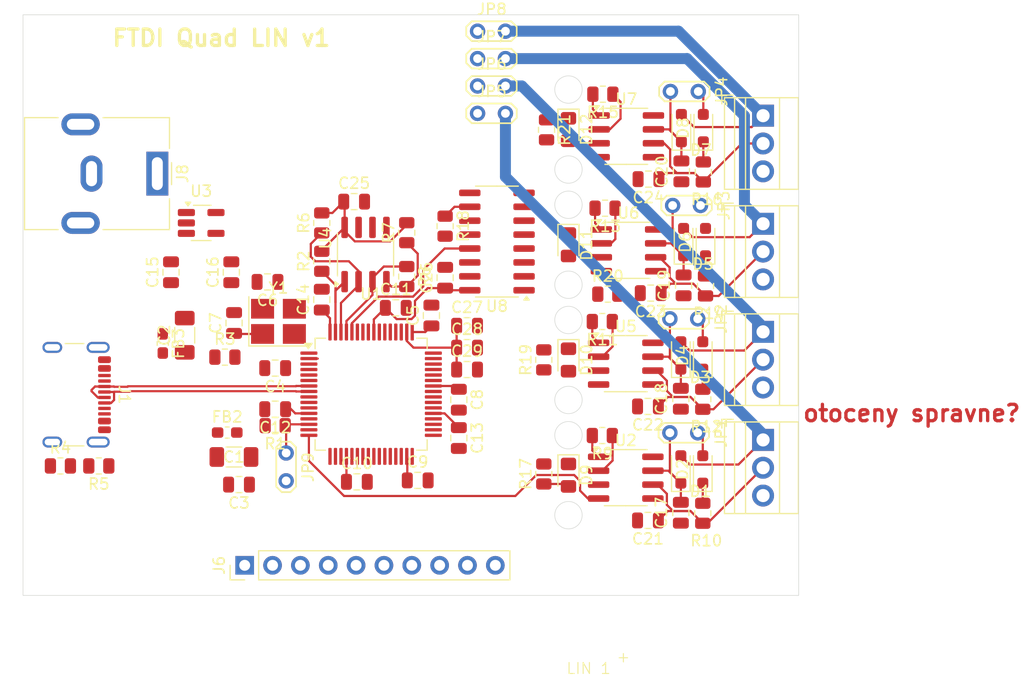
<source format=kicad_pcb>
(kicad_pcb (version 20240108) (generator "pcbnew") (generator_version "8.0")
  (layers (0 "F.Cu" signal) (31 "B.Cu" signal) (34 "B.Paste" user) (35 "F.Paste" user) (36 "B.SilkS" user "B.Silkscreen") (37 "F.SilkS" user "F.Silkscreen") (38 "B.Mask" user) (39 "F.Mask" user) (44 "Edge.Cuts" user))
  (net 0 "")
  (net 1 "+3V3")
  (net 2 "+1V8")
  (net 6 "Net-(U1-OSCI)")
  (net 7 "Net-(U1-OSCO)")
  (net 8 "+5V")
  (net 10 "GND")
  (net 13 "Net-(D1-K)")
  (net 14 "Net-(D2-K)")
  (net 17 "Net-(J1-CC1)")
  (net 19 "Net-(J1-CC2)")
  (net 21 "Net-(U1-REF)")
  (net 22 "Net-(U4-DO)")
  (net 45 "Net-(D3-K)")
  (net 46 "Net-(D4-K)")
  (net 47 "Net-(D5-K)")
  (net 48 "Net-(D6-K)")
  (net 49 "Net-(D7-K)")
  (net 50 "Net-(D8-K)")
  (net 57 "Net-(D2-A)")
  (net 58 "Net-(D4-A)")
  (net 59 "Net-(D6-A)")
  (net 60 "Net-(D8-A)")
  (net 63 "Net-(D9-A)")
  (net 64 "Net-(D10-A)")
  (net 65 "Net-(D11-A)")
  (net 66 "Net-(D12-A)")
  (net 67 "/EECS")
  (net 68 "/EECLK")
  (net 69 "/EEDATA")
  (net 70 "Net-(U8-QB)")
  (net 71 "/PWREN")
  (net 72 "Net-(U8-QD)")
  (net 73 "Net-(U8-QF)")
  (net 74 "Net-(U8-QH)")
  (net 80 "/LIN 0/LIN")
  (net 81 "/LIN 1/LIN")
  (net 82 "/LIN 2/LIN")
  (net 83 "/LIN 3/LIN")
  (net 84 "/LIN1_RXD")
  (net 85 "/LIN3_RXD")
  (net 86 "/LIN3_TXD")
  (net 87 "/LIN0_TXD")
  (net 88 "/LIN0_RXD")
  (net 89 "/LIN2_RXD")
  (net 90 "/LIN2_TXD")
  (net 91 "/LIN1_TXD")
  (net 92 "/USB_D+")
  (net 93 "/USB_D-")
  (net 94 "Net-(D1-A)")
  (net 95 "Net-(D3-A)")
  (net 96 "Net-(D5-A)")
  (net 97 "Net-(D7-A)")
  (net 98 "Net-(U1-VPHY)")
  (net 99 "Net-(U1-VPLL)")
  (net 100 "+12V")
  (net 101 "Net-(JP9-A)")
  (footprint "Diode_SMD:D_SOD-323_HandSoldering" (layer "F.Cu") (at 124.3 79.095 90)
    (property "Reference" "D7")
    (property "Value" "~" (hide yes))
  )
  (footprint "Capacitor_SMD:C_0805_2012Metric" (layer "F.Cu") (at 94.45 85.80491)
    (property "Reference" "C25")
    (property "Value" "100nF")
  )
  (footprint "Capacitor_SMD:C_0805_2012Metric" (layer "F.Cu") (at 101.5 96.2 90)
    (property "Reference" "C5")
    (property "Value" "3.3uF")
  )
  (footprint "Capacitor_SMD:C_0805_2012Metric" (layer "F.Cu") (at 104 107.38241 -90)
    (property "Reference" "C13")
    (property "Value" "100nF")
  )
  (footprint "Package_SO:SOIC-16_3.9x9.9mm_P1.27mm" (layer "F.Cu") (at 107.475 89.44991 180)
    (property "Reference" "U8")
    (property "Value" "74HC595")
  )
  (footprint "Diode_SMD:D_SOD-323_HandSoldering" (layer "F.Cu") (at 124.25 99.845 90)
    (property "Reference" "D3")
    (property "Value" "~" (hide yes))
  )
  (footprint "Capacitor_SMD:C_0805_2012Metric" (layer "F.Cu") (at 104.75 101.13241)
    (property "Reference" "C29")
    (property "Value" "100nF")
  )
  (footprint "Crystal:Crystal_SMD_TXC_7M-4Pin_3.2x2.5mm_HandSoldering" (layer "F.Cu") (at 87.55 96.73241)
    (property "Reference" "Y1")
    (property "Value" "12Mhz")
  )
  (footprint "MountingHole:MountingHole_3.2mm_M3" (layer "F.Cu") (at 131.5 118.25)
    (property "Reference" "H4" (hide yes))
    (property "Value" "MountingHole" (hide yes))
  )
  (footprint "Capacitor_SMD:C_0805_2012Metric" (layer "F.Cu") (at 87.25 101 180)
    (property "Reference" "C4")
    (property "Value" "100nF")
  )
  (footprint "Connector_BarrelJack:BarrelJack_CUI_PJ-063AH_Horizontal" (layer "F.Cu") (at 76.5 83.25 -90)
    (property "Reference" "J8")
    (property "Value" "Barrel_Jack_MountingPin")
  )
  (footprint "TestPoint:TestPoint_2Pads_Pitch2.54mm_Drill0.8mm" (layer "F.Cu") (at 105.71 70.25)
    (property "Reference" "JP8")
    (property "Value" "Jumper_2_Open" (hide yes))
  )
  (footprint "Resistor_SMD:R_0805_2012Metric" (layer "F.Cu") (at 91.5 91.25 90)
    (property "Reference" "R2")
    (property "Value" "10k")
  )
  (footprint "Capacitor_SMD:C_1206_3216Metric_Pad1.33x1.80mm_HandSolder" (layer "F.Cu") (at 83.48875 109.11366 180)
    (property "Reference" "C1")
    (property "Value" "4.7uF")
  )
  (footprint "Capacitor_SMD:C_0805_2012Metric" (layer "F.Cu") (at 77.75 92.25 90)
    (property "Reference" "C15")
    (property "Value" "1uF")
  )
  (footprint "Capacitor_SMD:C_0805_2012Metric" (layer "F.Cu") (at 83.95 111.63241 180)
    (property "Reference" "C3")
    (property "Value" "100nF")
  )
  (footprint "Resistor_SMD:R_0805_2012Metric" (layer "F.Cu") (at 111.75 110.6625 90)
    (property "Reference" "R17")
    (property "Value" "330R")
  )
  (footprint "Capacitor_SMD:C_0805_2012Metric" (layer "F.Cu") (at 83.25 92.25 90)
    (property "Reference" "C16")
    (property "Value" "1uF")
  )
  (footprint "Capacitor_SMD:C_0805_2012Metric" (layer "F.Cu") (at 100.25 111.25)
    (property "Reference" "C9")
    (property "Value" "100nF")
  )
  (footprint "Diode_SMD:D_SOD-323_HandSoldering" (layer "F.Cu") (at 124.5 89.5 90)
    (property "Reference" "D5")
    (property "Value" "~" (hide yes))
  )
  (footprint "TestPoint:TestPoint_2Pads_Pitch2.54mm_Drill0.8mm" (layer "F.Cu") (at 123.3 75.75)
    (property "Reference" "JP4")
    (property "Value" "LIN master")
  )
  (footprint "Diode_SMD:D_SOD-323_HandSoldering" (layer "F.Cu") (at 124.25 110.25 90)
    (property "Reference" "D1")
    (property "Value" "~" (hide yes))
  )
  (footprint "TestPoint:TestPoint_2Pads_Pitch2.54mm_Drill0.8mm" (layer "F.Cu") (at 105.71 75.25)
    (property "Reference" "JP6")
    (property "Value" "Jumper_2_Open" (hide yes))
  )
  (footprint "Capacitor_SMD:C_0805_2012Metric" (layer "F.Cu") (at 104.75 99.13241)
    (property "Reference" "C28")
    (property "Value" "100nF")
  )
  (footprint "ftdi_quad_lin:fix_lem_180" (layer "F.Cu") (at 114 89.741666 -90)
    (property "Reference" "D11")
    (property "Value" "LED")
    (fp_circle (center -3.65 0) (end -2.4 0) (stroke (width 0.05)) (fill none) (layer "Edge.Cuts"))
    (fp_circle (center 3.65 0) (end 4.9 0) (stroke (width 0.05)) (fill none) (layer "Edge.Cuts"))
  )
  (footprint "Connector_USB:USB_C_Receptacle_GCT_USB4105-xx-A_16P_TopMnt_Horizontal" (layer "F.Cu") (at 68 103.43 -90)
    (property "Reference" "J1")
    (property "Value" "USB_C_Receptacle_USB2.0_16P")
  )
  (footprint "Capacitor_SMD:C_0805_2012Metric" (layer "F.Cu") (at 121.5 94.155 180)
    (property "Reference" "C23")
    (property "Value" "1nF")
  )
  (footprint "Package_QFP:LQFP-64_10x10mm_P0.5mm" (layer "F.Cu") (at 96 103.38241)
    (property "Reference" "U1")
    (property "Value" "FT4232H")
  )
  (footprint "Diode_SMD:D_SOD-323_HandSoldering" (layer "F.Cu") (at 126.25 99.845 90)
    (property "Reference" "D4")
    (property "Value" "~" (hide yes))
  )
  (footprint "Resistor_SMD:R_0805_2012Metric" (layer "F.Cu") (at 117.1375 76 180)
    (property "Reference" "R15")
    (property "Value" "10k")
  )
  (footprint "Capacitor_SMD:C_0805_2012Metric" (layer "F.Cu") (at 91.5 94.75 90)
    (property "Reference" "C14")
    (property "Value" "100nF")
  )
  (footprint "Capacitor_SMD:C_0805_2012Metric" (layer "F.Cu") (at 124.25 114.2 -90)
    (property "Reference" "C17")
    (property "Value" "100nF")
  )
  (footprint "ftdi_quad_lin:fix_lem_180" (layer "F.Cu") (at 114 100.258332 -90)
    (property "Reference" "D10")
    (property "Value" "LED")
    (fp_circle (center -3.65 0) (end -2.4 0) (stroke (width 0.05)) (fill none) (layer "Edge.Cuts"))
    (fp_circle (center 3.65 0) (end 4.9 0) (stroke (width 0.05)) (fill none) (layer "Edge.Cuts"))
  )
  (footprint "Capacitor_SMD:C_1206_3216Metric_Pad1.33x1.80mm_HandSolder" (layer "F.Cu") (at 79 98 90)
    (property "Reference" "C2")
    (property "Value" "4.7uF")
  )
  (footprint "TestPoint:TestPoint_2Pads_Pitch2.54mm_Drill0.8mm" (layer "F.Cu") (at 105.71 72.75)
    (property "Reference" "JP7")
    (property "Value" "Jumper_2_Open" (hide yes))
  )
  (footprint "Capacitor_SMD:C_0805_2012Metric" (layer "F.Cu") (at 87.25 104.75 180)
    (property "Reference" "C12")
    (property "Value" "100nF")
  )
  (footprint "Capacitor_SMD:C_0805_2012Metric" (layer "F.Cu") (at 124.25 103.795 -90)
    (property "Reference" "C18")
    (property "Value" "100nF")
  )
  (footprint "TestPoint:TestPoint_2Pads_Pitch2.54mm_Drill0.8mm" (layer "F.Cu") (at 123.5 86.155)
    (property "Reference" "JP3")
    (property "Value" "LIN master")
  )
  (footprint "Resistor_SMD:R_0805_2012Metric" (layer "F.Cu") (at 126.25 103.845 -90)
    (property "Reference" "R12")
    (property "Value" "1k")
  )
  (footprint "TestPoint:TestPoint_2Pads_Pitch2.54mm_Drill0.8mm" (layer "F.Cu") (at 123.25 96.5)
    (property "Reference" "JP2")
    (property "Value" "LIN master")
  )
  (footprint "Package_SO:SOIC-8_3.9x4.9mm_P1.27mm" (layer "F.Cu") (at 95.49 90.63241 90)
    (property "Reference" "U4")
    (property "Value" "93CxxB")
  )
  (footprint "Capacitor_SMD:C_0805_2012Metric" (layer "F.Cu") (at 102.75 92.75 90)
    (property "Reference" "C26")
    (property "Value" "100nF")
  )
  (footprint "MountingHole:MountingHole_3.2mm_M3" (layer "F.Cu") (at 67.75 118.75)
    (property "Reference" "H3" (hide yes))
    (property "Value" "MountingHole" (hide yes))
  )
  (footprint "TerminalBlock:TerminalBlock_Xinya_XY308-2.54-3P_1x03_P2.54mm_Horizontal" (layer "F.Cu") (at 131.75 87.825 -90)
    (property "Reference" "J4" (hide yes))
    (property "Value" "Screw_Terminal_01x03" (hide yes))
  )
  (footprint "Resistor_SMD:R_0805_2012Metric" (layer "F.Cu") (at 111.75 100.25 90)
    (property "Reference" "R19")
    (property "Value" "330R")
  )
  (footprint "Resistor_SMD:R_0805_2012Metric" (layer "F.Cu") (at 87.25 106.25 180)
    (property "Reference" "R1")
    (property "Value" "1k")
  )
  (footprint "Package_SO:SOIC-8_3.9x4.9mm_P1.27mm" (layer "F.Cu") (at 119.475 90.25)
    (property "Reference" "U6")
    (property "Value" "TJA1029T")
  )
  (footprint "Resistor_SMD:R_0805_2012Metric" (layer "F.Cu") (at 82.6625 100)
    (property "Reference" "R3")
    (property "Value" "12k")
  )
  (footprint "TerminalBlock:TerminalBlock_Xinya_XY308-2.54-3P_1x03_P2.54mm_Horizontal" (layer "F.Cu") (at 131.75 77.96 -90)
    (property "Reference" "J5" (hide yes))
    (property "Value" "Screw_Terminal_01x03" (hide yes))
  )
  (footprint "TerminalBlock:TerminalBlock_Xinya_XY308-2.54-3P_1x03_P2.54mm_Horizontal" (layer "F.Cu") (at 131.75 107.555 -90)
    (property "Reference" "J2" (hide yes))
    (property "Value" "Screw_Terminal_01x03" (hide yes))
  )
  (footprint "Resistor_SMD:R_0805_2012Metric" (layer "F.Cu") (at 91.5 87.75 90)
    (property "Reference" "R6")
    (property "Value" "10k")
  )
  (footprint "Resistor_SMD:R_0805_2012Metric" (layer "F.Cu") (at 112 79.25 -90)
    (property "Reference" "R21")
    (property "Value" "330R")
  )
  (footprint "Connector_PinHeader_2.54mm:PinHeader_1x10_P2.54mm_Vertical" (layer "F.Cu") (at 84.47 119 90)
    (property "Reference" "J6")
    (property "Value" "Conn_01x10")
  )
  (footprint "Resistor_SMD:R_0805_2012Metric" (layer "F.Cu") (at 117.0875 96.75 180)
    (property "Reference" "R11")
    (property "Value" "10k")
  )
  (footprint "TestPoint:TestPoint_2Pads_Pitch2.54mm_Drill0.8mm" (layer "F.Cu") (at 88.25 108.75 -90)
    (property "Reference" "JP9")
    (property "Value" "Jumper_2_Open")
  )
  (footprint "Package_TO_SOT_SMD:SOT-23-5_HandSoldering" (layer "F.Cu") (at 80.5 87.75)
    (property "Reference" "U3")
    (property "Value" "AP2112K-3.3")
  )
  (footprint "Resistor_SMD:R_0805_2012Metric" (layer "F.Cu") (at 71.1625 109.93 180)
    (property "Reference" "R5")
    (property "Value" "5.1k")
  )
  (footprint "Resistor_SMD:R_0805_2012Metric" (layer "F.Cu") (at 102.75 88.04491 -90)
    (property "Reference" "R18")
    (property "Value" "10k")
  )
  (footprint "Capacitor_SMD:C_0805_2012Metric" (layer "F.Cu") (at 124.3 83.045 -90)
    (property "Reference" "C20")
    (property "Value" "100nF")
  )
  (footprint "Capacitor_SMD:C_0805_2012Metric" (layer "F.Cu") (at 104 103.88241 -90)
    (property "Reference" "C8")
    (property "Value" "100nF")
  )
  (footprint "ftdi_quad_lin:fix_lem_180" (layer "F.Cu") (at 114 79.225 -90)
    (property "Reference" "D12")
    (property "Value" "LED")
    (fp_circle (center -3.65 0) (end -2.4 0) (stroke (width 0.05)) (fill none) (layer "Edge.Cuts"))
    (fp_circle (center 3.65 0) (end 4.9 0) (stroke (width 0.05)) (fill none) (layer "Edge.Cuts"))
  )
  (footprint "Resistor_SMD:R_0805_2012Metric" (layer "F.Cu") (at 126.25 114.25 -90)
    (property "Reference" "R10")
    (property "Value" "1k")
  )
  (footprint "Resistor_SMD:R_0805_2012Metric" (layer "F.Cu") (at 126.5 93.5 -90)
    (property "Reference" "R14")
    (property "Value" "1k")
  )
  (footprint "Resistor_SMD:R_0805_2012Metric" (layer "F.Cu") (at 67.6625 109.93)
    (property "Reference" "R4")
    (property "Value" "5.1k")
  )
  (footprint "MountingHole:MountingHole_3.2mm_M3" (layer "F.Cu") (at 67.75 72.25)
    (property "Reference" "H2" (hide yes))
    (property "Value" "MountingHole" (hide yes))
  )
  (footprint "Resistor_SMD:R_0805_2012Metric" (layer "F.Cu") (at 126.3 83.095 -90)
    (property "Reference" "R16")
    (property "Value" "1k")
  )
  (footprint "Capacitor_SMD:C_0805_2012Metric" (layer "F.Cu") (at 121.3 83.75 180)
    (property "Reference" "C24")
    (property "Value" "1nF")
  )
  (footprint "Resistor_SMD:R_0805_2012Metric" (layer "F.Cu") (at 117.5875 94.25)
    (property "Reference" "R20")
    (property "Value" "330R")
  )
  (footprint "Package_SO:SOIC-8_3.9x4.9mm_P1.27mm" (layer "F.Cu") (at 119.225 100.595)
    (property "Reference" "U5")
    (property "Value" "TJA1029T")
  )
  (footprint "Resistor_SMD:R_0805_2012Metric" (layer "F.Cu") (at 99.25 88.64241 90)
    (property "Reference" "R7")
    (property "Value" "10k")
  )
  (footprint "Inductor_SMD:L_0603_1608Metric_Pad1.05x0.95mm_HandSolder" (layer "F.Cu") (at 77 98.75 -90)
    (property "Reference" "FB3")
    (property "Value" "600R/0.5A")
  )
  (footprint "TestPoint:TestPoint_2Pads_Pitch2.54mm_Drill0.8mm" (layer "F.Cu") (at 123.25 106.905)
    (property "Reference" "JP1")
    (property "Value" "LIN master")
  )
  (footprint "Package_SO:SOIC-8_3.9x4.9mm_P1.27mm" (layer "F.Cu") (at 119.275 79.845)
    (property "Reference" "U7")
    (property "Value" "TJA1029T")
  )
  (footprint "Package_SO:SOIC-8_3.9x4.9mm_P1.27mm" (layer "F.Cu") (at 119.225 111)
    (property "Reference" "U2")
    (property "Value" "TJA1029T")
  )
  (footprint "Resistor_SMD:R_0805_2012Metric" (layer "F.Cu") (at 117.3375 86.405 180)
    (property "Reference" "R13")
    (property "Value" "10k")
  )
  (footprint "Capacitor_SMD:C_0805_2012Metric" (layer "F.Cu") (at 104.75 97.13241)
    (property "Reference" "C27")
    (property "Value" "100nF")
  )
  (footprint "Resistor_SMD:R_0805_2012Metric" (layer "F.Cu") (at 99.25 92.64241 -90)
    (property "Reference" "R8")
    (property "Value" "2.2k")
  )
  (footprint "Capacitor_SMD:C_0805_2012Metric" (layer "F.Cu") (at 121.25 104.5 180)
    (property "Reference" "C22")
    (property "Value" "1nF")
  )
  (footprint "Capacitor_SMD:C_0805_2012Metric" (layer "F.Cu") (at 86.55 93.13241 180)
    (property "Reference" "C6")
    (property "Value" "18pF")
  )
  (footprint "Capacitor_SMD:C_0805_2012Metric" (layer "F.Cu") (at 94.7 111.38241)
    (property "Reference" "C10")
    (property "Value" "100nF")
  )
  (footprint "Capacitor_SMD:C_0805_2012Metric" (layer "F.Cu") (at 83.5 96.88241 90)
    (property "Reference" "C7")
    (property "Value" "18pF")
  )
  (footprint "Capacitor_SMD:C_0805_2012Metric" (layer "F.Cu") (at 121.25 114.905 180)
    (property "Reference" "C21")
    (property "Value" "1nF")
  )
  (footprint "Diode_SMD:D_SOD-323_HandSoldering" (layer "F.Cu") (at 126.25 110.25 90)
    (property "Reference" "D2")
    (property "Value" "~" (hide yes))
  )
  (footprint "Inductor_SMD:L_0603_1608Metric_Pad1.05x0.95mm_HandSolder" (layer "F.Cu") (at 82.875 106.88241)
    (property "Reference" "FB2")
    (property "Value" "600R/0.5A")
  )
  (footprint "TerminalBlock:TerminalBlock_Xinya_XY308-2.54-3P_1x03_P2.54mm_Horizontal" (layer "F.Cu") (at 131.75 97.69 -90)
    (property "Reference" "J3" (hide yes))
    (property "Value" "Screw_Terminal_01x03" (hide yes))
  )
  (footprint "Resistor_SMD:R_0805_2012Metric" (layer "F.Cu") (at 117.0875 107.155 180)
    (property "Reference" "R9")
    (property "Value" "10k")
  )
  (footprint "MountingHole:MountingHole_3.2mm_M3" (layer "F.Cu") (at 131.5 72.25)
    (property "Reference" "H1" (hide yes))
    (property "Value" "MountingHole" (hide yes))
  )
  (footprint "ftdi_quad_lin:fix_lem_180" (layer "F.Cu") (at 114 110.775 -90)
    (property "Reference" "D9")
    (property "Value" "LED")
    (fp_circle (center -3.65 0) (end -2.4 0) (stroke (width 0.05)) (fill none) (layer "Edge.Cuts"))
    (fp_circle (center 3.65 0) (end 4.9 0) (stroke (width 0.05)) (fill none) (layer "Edge.Cuts"))
  )
  (footprint "Capacitor_SMD:C_0805_2012Metric" (layer "F.Cu") (at 124.5 93.45 -90)
    (property "Reference" "C19")
    (property "Value" "100nF")
  )
  (footprint "Diode_SMD:D_SOD-323_HandSoldering" (layer "F.Cu") (at 126.3 79.095 90)
    (property "Reference" "D8")
    (property "Value" "~" (hide yes))
  )
  (footprint "Diode_SMD:D_SOD-323_HandSoldering" (layer "F.Cu") (at 126.5 89.5 90)
    (property "Reference" "D6")
    (property "Value" "~" (hide yes))
  )
  (footprint "Capacitor_SMD:C_0805_2012Metric" (layer "F.Cu") (at 98.25 95.5)
    (property "Reference" "C11")
    (property "Value" "100nF")
  )
  (footprint "TestPoint:TestPoint_2Pads_Pitch2.54mm_Drill0.8mm" (layer "F.Cu") (at 105.71 77.75)
    (property "Reference" "JP5")
    (property "Value" "Jumper_2_Open" (hide yes))
  )
  (gr_rect (start 64.25 68.75) (end 135 121.75) (stroke (width 0.05)) (fill none) (layer "Edge.Cuts"))
  (gr_text "otoceny spravne?" (at 135.25 106 0) (layer "F.Cu") (effects (font (size 1.5 1.5) (thickness 0.3) (bold yes)) (justify left bottom)))
  (gr_text "FTDI Quad LIN v1" (at 72.25 71.75 0) (layer "F.SilkS") (effects (font (size 1.5 1.5) (thickness 0.3) (bold yes)) (justify left bottom)))
  (gr_text "+" (at 118.5 126.75 -90) (layer "F.SilkS") (effects (font (size 1 1) (thickness 0.1)) (justify left bottom)))
  (gr_text "+" (at 131 72.268334 -90) (layer "F.SilkS") (effects (font (size 1 1) (thickness 0.1)) (justify left bottom)))
  (gr_text "LIN 1" (at 113.75 129 0) (layer "F.SilkS") (effects (font (size 1 1) (thickness 0.1)) (justify left bottom)))
  (segment (start 99.86759 99.13241) (end 103.8 99.13241) (width 0.2) (layer "F.Cu") (net 1))
  (segment (start 103.8 101.13241) (end 103.8 97.13241) (width 0.2) (layer "F.Cu") (net 1))
  (segment (start 99.25 97.70741) (end 99.25 98.51482) (width 0.2) (layer "F.Cu") (net 1))
  (segment (start 99.25 98.51482) (end 99.86759 99.13241) (width 0.2) (layer "F.Cu") (net 1))
  (segment (start 92.25 97.70741) (end 92.25 96.45) (width 0.2) (layer "F.Cu") (net 2))
  (segment (start 92.25 96.45) (end 91.5 95.7) (width 0.2) (layer "F.Cu") (net 2))
  (segment (start 89.08241 105.13241) (end 90.325 105.13241) (width 0.2) (layer "F.Cu") (net 2))
  (segment (start 104 106.43241) (end 102.7 105.13241) (width 0.2) (layer "F.Cu") (net 2))
  (segment (start 102.7 105.13241) (end 101.675 105.13241) (width 0.2) (layer "F.Cu") (net 2))
  (segment (start 100.94259 97.70741) (end 101.5 97.15) (width 0.2) (layer "F.Cu") (net 2))
  (segment (start 99.75 97.70741) (end 100.94259 97.70741) (width 0.2) (layer "F.Cu") (net 2))
  (segment (start 88.2 104.25) (end 89.08241 105.13241) (width 0.2) (layer "F.Cu") (net 2))
  (segment (start 91.13241 100.13241) (end 90.325 100.13241) (width 0.2) (layer "F.Cu") (net 6))
  (segment (start 89 95.58241) (end 89.15 95.58241) (width 0.2) (layer "F.Cu") (net 6))
  (segment (start 89 95.13241) (end 88.7 94.83241) (width 0.2) (layer "F.Cu") (net 6))
  (segment (start 89 95.58241) (end 89 95.13241) (width 0.2) (layer "F.Cu") (net 6))
  (segment (start 86.1 97.88241) (end 83.55 97.88241) (width 0.2) (layer "F.Cu") (net 7))
  (segment (start 83.55 97.88241) (end 83.5 97.83241) (width 0.2) (layer "F.Cu") (net 7))
  (segment (start 102.75 87.13241) (end 103.6075 86.27491) (width 0.2) (layer "F.Cu") (net 8))
  (segment (start 93.75 111.38241) (end 93.75 109.05741) (width 0.2) (layer "F.Cu") (net 8))
  (segment (start 118.275 86.43) (end 118.275 89.225) (width 0.2) (layer "F.Cu") (net 8))
  (segment (start 91.5 86.8375) (end 92.46741 86.8375) (width 0.2) (layer "F.Cu") (net 8))
  (segment (start 118.025 99.030552) (end 117.095552 99.96) (width 0.2) (layer "F.Cu") (net 8))
  (segment (start 97.3 95.5) (end 96.25 96.55) (width 0.2) (layer "F.Cu") (net 8))
  (segment (start 117.095552 99.96) (end 116.75 99.96) (width 0.2) (layer "F.Cu") (net 8))
  (segment (start 97.735552 89.43241) (end 94.514448 89.43241) (width 0.2) (layer "F.Cu") (net 8))
  (segment (start 91.5 90.3375) (end 91.5 90.24241) (width 0.2) (layer "F.Cu") (net 8))
  (segment (start 117.774999 79.21) (end 118.75 78.234999) (width 0.2) (layer "F.Cu") (net 8))
  (segment (start 103.6075 86.27491) (end 105 86.27491) (width 0.2) (layer "F.Cu") (net 8))
  (segment (start 96.25 96.55) (end 96.25 97.70741) (width 0.2) (layer "F.Cu") (net 8))
  (segment (start 99.3 111.25) (end 99.3 109.10741) (width 0.2) (layer "F.Cu") (net 8))
  (segment (start 99.684744 96.525) (end 98.325 96.525) (width 0.2) (layer "F.Cu") (net 8))
  (segment (start 118.75 76.7) (end 118.05 76) (width 0.2) (layer "F.Cu") (net 8))
  (segment (start 118.025 107.18) (end 118.025 109.435552) (width 0.2) (layer "F.Cu") (net 8))
  (segment (start 93.585 88.15741) (end 93.585 85.88991) (width 0.2) (layer "F.Cu") (net 8))
  (segment (start 118.025 109.435552) (end 117.095552 110.365) (width 0.2) (layer "F.Cu") (net 8))
  (segment (start 118.75 78.234999) (end 118.75 76.7) (width 0.2) (layer "F.Cu") (net 8))
  (segment (start 100 96.209744) (end 99.684744 96.525) (width 0.2) (layer "F.Cu") (net 8))
  (segment (start 94.514448 89.43241) (end 93.585 88.502962) (width 0.2) (layer "F.Cu") (net 8))
  (segment (start 118.275 89.225) (end 117.885 89.615) (width 0.2) (layer "F.Cu") (net 8))
  (segment (start 99.25 87.917962) (end 97.735552 89.43241) (width 0.2) (layer "F.Cu") (net 8))
  (segment (start 93.585 85.88991) (end 93.5 85.80491) (width 0.2) (layer "F.Cu") (net 8))
  (segment (start 102.94491 93.89491) (end 102.75 93.7) (width 0.2) (layer "F.Cu") (net 8))
  (segment (start 91.5 90.24241) (end 93.585 88.15741) (width 0.2) (layer "F.Cu") (net 8))
  (segment (start 105 93.89491) (end 102.94491 93.89491) (width 0.2) (layer "F.Cu") (net 8))
  (segment (start 118 96.75) (end 118.025 96.775) (width 0.2) (layer "F.Cu") (net 8))
  (segment (start 118.25 86.405) (end 118.275 86.43) (width 0.2) (layer "F.Cu") (net 8))
  (segment (start 102.85 93.89491) (end 102.75 93.79491) (width 0.2) (layer "F.Cu") (net 8))
  (segment (start 116.8 79.21) (end 117.774999 79.21) (width 0.2) (layer "F.Cu") (net 8))
  (segment (start 92.46741 86.8375) (end 93.5 85.80491) (width 0.2) (layer "F.Cu") (net 8))
  (segment (start 117.095552 110.365) (end 116.75 110.365) (width 0.2) (layer "F.Cu") (net 8))
  (segment (start 117.885 89.615) (end 117 89.615) (width 0.2) (layer "F.Cu") (net 8))
  (segment (start 104 102.93241) (end 103.7 102.63241) (width 0.2) (layer "F.Cu") (net 8))
  (segment (start 118 107.155) (end 118.025 107.18) (width 0.2) (layer "F.Cu") (net 8))
  (segment (start 101.16784 93.7) (end 100 94.86784) (width 0.2) (layer "F.Cu") (net 8))
  (segment (start 102.75 93.7) (end 101.16784 93.7) (width 0.2) (layer "F.Cu") (net 8))
  (segment (start 99.3 109.10741) (end 99.25 109.05741) (width 0.2) (layer "F.Cu") (net 8))
  (segment (start 103.7 102.63241) (end 101.675 102.63241) (width 0.2) (layer "F.Cu") (net 8))
  (segment (start 98.325 96.525) (end 97.3 95.5) (width 0.2) (layer "F.Cu") (net 8))
  (segment (start 118.025 96.775) (end 118.025 99.030552) (width 0.2) (layer "F.Cu") (net 8))
  (segment (start 100 94.86784) (end 100 96.209744) (width 0.2) (layer "F.Cu") (net 8))
  (segment (start 124.25 111.5) (end 123.115 110.365) (width 0.2) (layer "F.Cu") (net 13))
  (segment (start 123.115 110.365) (end 121.7 110.365) (width 0.2) (layer "F.Cu") (net 13))
  (segment (start 124.25 113.25) (end 124.25 111.5) (width 0.2) (layer "F.Cu") (net 13))
  (segment (start 123.25 106.905) (end 123.25 110.5) (width 0.2) (layer "F.Cu") (net 13))
  (segment (start 123.25 110.5) (end 124.25 111.5) (width 0.2) (layer "F.Cu") (net 13))
  (segment (start 126.25 113.3375) (end 126.25 111.5) (width 0.2) (layer "F.Cu") (net 14))
  (segment (start 100.25 92.55491) (end 100.25 90.55491) (width 0.2) (layer "F.Cu") (net 22))
  (segment (start 99.25 93.55491) (end 97.8425 93.55491) (width 0.2) (layer "F.Cu") (net 22))
  (segment (start 99.25 93.55491) (end 100.25 92.55491) (width 0.2) (layer "F.Cu") (net 22))
  (segment (start 97.8425 93.55491) (end 97.395 93.10741) (width 0.2) (layer "F.Cu") (net 22))
  (segment (start 100.25 90.55491) (end 99.25 89.55491) (width 0.2) (layer "F.Cu") (net 22))
  (segment (start 123.25 96.5) (end 123.25 100.095) (width 0.2) (layer "F.Cu") (net 45))
  (segment (start 124.25 102.845) (end 124.25 101.095) (width 0.2) (layer "F.Cu") (net 45))
  (segment (start 124.25 101.095) (end 123.25 100.095) (width 0.2) (layer "F.Cu") (net 45))
  (segment (start 124.25 101.095) (end 123.115 99.96) (width 0.2) (layer "F.Cu") (net 45))
  (segment (start 123.115 99.96) (end 121.7 99.96) (width 0.2) (layer "F.Cu") (net 45))
  (segment (start 126.25 101.095) (end 126.25 102.9325) (width 0.2) (layer "F.Cu") (net 46))
  (segment (start 124.5 90.75) (end 123.5 89.75) (width 0.2) (layer "F.Cu") (net 47))
  (segment (start 124.5 90.75) (end 123.365 89.615) (width 0.2) (layer "F.Cu") (net 47))
  (segment (start 123.365 89.615) (end 121.95 89.615) (width 0.2) (layer "F.Cu") (net 47))
  (segment (start 123.5 89.75) (end 123.5 86.155) (width 0.2) (layer "F.Cu") (net 47))
  (segment (start 124.5 92.5) (end 124.5 90.75) (width 0.2) (layer "F.Cu") (net 47))
  (segment (start 126.5 92.5875) (end 126.5 90.75) (width 0.2) (layer "F.Cu") (net 48))
  (segment (start 124.3 80.345) (end 123.165 79.21) (width 0.2) (layer "F.Cu") (net 49))
  (segment (start 124.3 82.095) (end 124.3 80.345) (width 0.2) (layer "F.Cu") (net 49))
  (segment (start 123.165 79.21) (end 121.75 79.21) (width 0.2) (layer "F.Cu") (net 49))
  (segment (start 123.3 79.345) (end 123.3 75.75) (width 0.2) (layer "F.Cu") (net 49))
  (segment (start 124.3 80.345) (end 123.3 79.345) (width 0.2) (layer "F.Cu") (net 49))
  (segment (start 126.3 82.1825) (end 126.3 80.345) (width 0.2) (layer "F.Cu") (net 50))
  (segment (start 126.25 107.365) (end 125.79 106.905) (width 0.2) (layer "F.Cu") (net 57))
  (segment (start 126.25 109) (end 126.25 107.365) (width 0.2) (layer "F.Cu") (net 57))
  (segment (start 126.25 98.595) (end 126.25 96.96) (width 0.2) (layer "F.Cu") (net 58))
  (segment (start 126.25 96.96) (end 125.79 96.5) (width 0.2) (layer "F.Cu") (net 58))
  (segment (start 126.3 76.21) (end 125.84 75.75) (width 0.2) (layer "F.Cu") (net 60))
  (segment (start 126.3 77.845) (end 126.3 76.21) (width 0.2) (layer "F.Cu") (net 60))
  (segment (start 113.775 111.575) (end 114 111.8) (width 0.2) (layer "F.Cu") (net 63))
  (segment (start 111.75 111.575) (end 113.775 111.575) (width 0.2) (layer "F.Cu") (net 63))
  (segment (start 93.05 93.64241) (end 93.585 93.10741) (width 0.2) (layer "F.Cu") (net 67))
  (segment (start 91.5 92.1625) (end 92.75 93.4125) (width 0.2) (layer "F.Cu") (net 67))
  (segment (start 92.75 93.94241) (end 93.585 93.10741) (width 0.2) (layer "F.Cu") (net 67))
  (segment (start 92.75 95) (end 92.75 93.94241) (width 0.2) (layer "F.Cu") (net 67))
  (segment (start 92.75 93.4125) (end 92.75 95) (width 0.2) (layer "F.Cu") (net 67))
  (segment (start 92.75 97.70741) (end 92.75 95) (width 0.2) (layer "F.Cu") (net 67))
  (segment (start 93.25 95.057962) (end 94.855 93.452962) (width 0.2) (layer "F.Cu") (net 68))
  (segment (start 90.5 89.6625) (end 91.5 88.6625) (width 0.2) (layer "F.Cu") (net 68))
  (segment (start 90.5 90.834744) (end 90.5 89.6625) (width 0.2) (layer "F.Cu") (net 68))
  (segment (start 94.855 92.132411) (end 93.972589 91.25) (width 0.2) (layer "F.Cu") (net 68))
  (segment (start 94.855 93.10741) (end 94.855 92.132411) (width 0.2) (layer "F.Cu") (net 68))
  (segment (start 93.25 97.70741) (end 93.25 95.057962) (width 0.2) (layer "F.Cu") (net 68))
  (segment (start 93.972589 91.25) (end 90.915256 91.25) (width 0.2) (layer "F.Cu") (net 68))
  (segment (start 94.855 93.452962) (end 94.855 93.10741) (width 0.2) (layer "F.Cu") (net 68))
  (segment (start 90.915256 91.25) (end 90.5 90.834744) (width 0.2) (layer "F.Cu") (net 68))
  (segment (start 96.125 94.325) (end 96.125 93.10741) (width 0.2) (layer "F.Cu") (net 69))
  (segment (start 93.75 97.70741) (end 93.75 96.7) (width 0.2) (layer "F.Cu") (net 69))
  (segment (start 96.125 92.761858) (end 96.125 93.10741) (width 0.2) (layer "F.Cu") (net 69))
  (segment (start 99.25 91.72991) (end 97.156948 91.72991) (width 0.2) (layer "F.Cu") (net 69))
  (segment (start 97.156948 91.72991) (end 96.125 92.761858) (width 0.2) (layer "F.Cu") (net 69))
  (segment (start 93.75 96.7) (end 96.125 94.325) (width 0.2) (layer "F.Cu") (net 69))
  (segment (start 100.75 93.552154) (end 99.827154 94.475) (width 0.2) (layer "F.Cu") (net 71))
  (segment (start 94.25 96.9) (end 94.25 97.70741) (width 0.2) (layer "F.Cu") (net 71))
  (segment (start 105 90.08491) (end 102.705346 90.08491) (width 0.2) (layer "F.Cu") (net 71))
  (segment (start 100.75 92.040256) (end 100.75 93.552154) (width 0.2) (layer "F.Cu") (net 71))
  (segment (start 102.705346 90.08491) (end 100.75 92.040256) (width 0.2) (layer "F.Cu") (net 71))
  (segment (start 98.75 94.475) (end 96.675 94.475) (width 0.2) (layer "F.Cu") (net 71))
  (segment (start 96.675 94.475) (end 94.25 96.9) (width 0.2) (layer "F.Cu") (net 71))
  (segment (start 99.827154 94.475) (end 98.75 94.475) (width 0.2) (layer "F.Cu") (net 71))
  (segment (start 123.540256 114.05) (end 122.975 113.484744) (width 0.2) (layer "F.Cu") (net 80))
  (segment (start 126.25 115.1625) (end 125.1375 114.05) (width 0.2) (layer "F.Cu") (net 80))
  (segment (start 131.75 110.095) (end 126.6825 115.1625) (width 0.2) (layer "F.Cu") (net 80))
  (segment (start 125.1375 114.05) (end 123.540256 114.05) (width 0.2) (layer "F.Cu") (net 80))
  (segment (start 122.975 113.484744) (end 122.975 112.475) (width 0.2) (layer "F.Cu") (net 80))
  (segment (start 122.135 111.635) (end 121.7 111.635) (width 0.2) (layer "F.Cu") (net 80))
  (segment (start 126.6825 115.1625) (end 126.25 115.1625) (width 0.2) (layer "F.Cu") (net 80))
  (segment (start 123.055 114.05) (end 122.2 114.905) (width 0.2) (layer "F.Cu") (net 80))
  (segment (start 125.1375 114.05) (end 123.055 114.05) (width 0.2) (layer "F.Cu") (net 80))
  (segment (start 122.975 112.475) (end 122.135 111.635) (width 0.2) (layer "F.Cu") (net 80))
  (segment (start 127.2225 104.7575) (end 126.25 104.7575) (width 0.2) (layer "F.Cu") (net 81))
  (segment (start 125.1375 103.645) (end 123.540256 103.645) (width 0.2) (layer "F.Cu") (net 81))
  (segment (start 125.1375 103.645) (end 123.055 103.645) (width 0.2) (layer "F.Cu") (net 81))
  (segment (start 122.975 103.079744) (end 122.975 102.159448) (width 0.2) (layer "F.Cu") (net 81))
  (segment (start 122.975 102.159448) (end 122.045552 101.23) (width 0.2) (layer "F.Cu") (net 81))
  (segment (start 123.055 103.645) (end 122.2 104.5) (width 0.2) (layer "F.Cu") (net 81))
  (segment (start 131.75 100.23) (end 127.2225 104.7575) (width 0.2) (layer "F.Cu") (net 81))
  (segment (start 123.540256 103.645) (end 122.975 103.079744) (width 0.2) (layer "F.Cu") (net 81))
  (segment (start 126.25 104.7575) (end 125.1375 103.645) (width 0.2) (layer "F.Cu") (net 81))
  (segment (start 122.045552 101.23) (end 121.7 101.23) (width 0.2) (layer "F.Cu") (net 81))
  (segment (start 127.7025 94.4125) (end 126.5 94.4125) (width 0.2) (layer "F.Cu") (net 82))
  (segment (start 131.75 90.365) (end 127.7025 94.4125) (width 0.2) (layer "F.Cu") (net 82))
  (segment (start 123.225 92.734744) (end 123.225 91.814448) (width 0.2) (layer "F.Cu") (net 82))
  (segment (start 123.305 93.3) (end 122.45 94.155) (width 0.2) (layer "F.Cu") (net 82))
  (segment (start 122.295552 90.885) (end 121.95 90.885) (width 0.2) (layer "F.Cu") (net 82))
  (segment (start 123.790256 93.3) (end 123.225 92.734744) (width 0.2) (layer "F.Cu") (net 82))
  (segment (start 126.5 94.4125) (end 125.3875 93.3) (width 0.2) (layer "F.Cu") (net 82))
  (segment (start 123.225 91.814448) (end 122.295552 90.885) (width 0.2) (layer "F.Cu") (net 82))
  (segment (start 125.3875 93.3) (end 123.305 93.3) (width 0.2) (layer "F.Cu") (net 82))
  (segment (start 125.3875 93.3) (end 123.790256 93.3) (width 0.2) (layer "F.Cu") (net 82))
  (segment (start 123.890256 83.195) (end 125.4875 83.195) (width 0.2) (layer "F.Cu") (net 83))
  (segment (start 123.275 82.579744) (end 123.890256 83.195) (width 0.2) (layer "F.Cu") (net 83))
  (segment (start 123.275 81.030001) (end 123.275 82.579744) (width 0.2) (layer "F.Cu") (net 83))
  (segment (start 129.8075 80.5) (end 126.3 84.0075) (width 0.2) (layer "F.Cu") (net 83))
  (segment (start 121.75 80.48) (end 122.724999 80.48) (width 0.2) (layer "F.Cu") (net 83))
  (segment (start 125.4875 83.195) (end 126.3 84.0075) (width 0.2) (layer "F.Cu") (net 83))
  (segment (start 122.724999 80.48) (end 123.275 81.030001) (width 0.2) (layer "F.Cu") (net 83))
  (segment (start 131.75 80.5) (end 129.8075 80.5) (width 0.2) (layer "F.Cu") (net 83))
  (segment (start 125.4875 83.195) (end 122.805 83.195) (width 0.2) (layer "F.Cu") (net 83))
  (segment (start 122.805 83.195) (end 122.25 83.75) (width 0.2) (layer "F.Cu") (net 83))
  (segment (start 116.175 98.115) (end 116.75 98.69) (width 0.2) (layer "F.Cu") (net 84))
  (segment (start 116.175 96.75) (end 116.175 98.115) (width 0.2) (layer "F.Cu") (net 84))
  (segment (start 116.225 76) (end 116.225 77.365) (width 0.2) (layer "F.Cu") (net 85))
  (segment (start 116.225 77.365) (end 116.8 77.94) (width 0.2) (layer "F.Cu") (net 85))
  (segment (start 111.065256 110.7625) (end 114.522244 110.7625) (width 0.2) (layer "F.Cu") (net 87))
  (segment (start 115.059533 111.299789) (end 115.059533 112.189532) (width 0.2) (layer "F.Cu") (net 87))
  (segment (start 115.775001 112.905) (end 116.75 112.905) (width 0.2) (layer "F.Cu") (net 87))
  (segment (start 93.532846 112.675) (end 109.152756 112.675) (width 0.2) (layer "F.Cu") (net 87))
  (segment (start 109.152756 112.675) (end 111.065256 110.7625) (width 0.2) (layer "F.Cu") (net 87))
  (segment (start 115.059533 112.189532) (end 115.775001 112.905) (width 0.2) (layer "F.Cu") (net 87))
  (segment (start 90.325 107.13241) (end 90.325 109.467154) (width 0.2) (layer "F.Cu") (net 87))
  (segment (start 114.522244 110.7625) (end 115.059533 111.299789) (width 0.2) (layer "F.Cu") (net 87))
  (segment (start 90.325 109.467154) (end 93.532846 112.675) (width 0.2) (layer "F.Cu") (net 87))
  (segment (start 116.175 107.155) (end 116.175 108.52) (width 0.2) (layer "F.Cu") (net 88))
  (segment (start 116.175 108.52) (end 116.75 109.095) (width 0.2) (layer "F.Cu") (net 88))
  (segment (start 116.425 86.405) (end 116.425 87.77) (width 0.2) (layer "F.Cu") (net 89))
  (segment (start 116.425 87.77) (end 117 88.345) (width 0.2) (layer "F.Cu") (net 89))
  (segment (start 73.95241 103.155) (end 72.567501 103.155) (width 0.2) (layer "F.Cu") (net 92))
  (segment (start 90.325 103.13241) (end 89.162499 103.13241) (width 0.2) (layer "F.Cu") (net 92))
  (segment (start 71.68 104.18) (end 72.28741 104.18) (width 0.2) (layer "F.Cu") (net 92))
  (segment (start 74 103.10741) (end 73.95241 103.155) (width 0.2) (layer "F.Cu") (net 92))
  (segment (start 72.555 103.192499) (end 72.542501 103.18) (width 0.2) (layer "F.Cu") (net 92))
  (segment (start 89.137499 103.10741) (end 74 103.10741) (width 0.2) (layer "F.Cu") (net 92))
  (segment (start 72.28741 104.18) (end 72.555 103.91241) (width 0.2) (layer "F.Cu") (net 92))
  (segment (start 72.555 103.91241) (end 72.555 103.192499) (width 0.2) (layer "F.Cu") (net 92))
  (segment (start 72.542501 103.18) (end 71.68 103.18) (width 0.2) (layer "F.Cu") (net 92))
  (segment (start 72.567501 103.155) (end 72.542501 103.18) (width 0.2) (layer "F.Cu") (net 92))
  (segment (start 89.162499 103.13241) (end 89.137499 103.10741) (width 0.2) (layer "F.Cu") (net 92))
  (segment (start 89.162499 102.63241) (end 89.137499 102.65741) (width 0.2) (layer "F.Cu") (net 93))
  (segment (start 70.5 103.10741) (end 70.5 103) (width 0.2) (layer "F.Cu") (net 93))
  (segment (start 73.827794 102.65741) (end 73.780204 102.705) (width 0.2) (layer "F.Cu") (net 93))
  (segment (start 72.542501 102.68) (end 71.68 102.68) (width 0.2) (layer "F.Cu") (net 93))
  (segment (start 71.68 103.68) (end 71.07259 103.68) (width 0.2) (layer "F.Cu") (net 93))
  (segment (start 73.780204 102.705) (end 72.567501 102.705) (width 0.2) (layer "F.Cu") (net 93))
  (segment (start 70.5 103) (end 70.82 102.68) (width 0.2) (layer "F.Cu") (net 93))
  (segment (start 90.325 102.63241) (end 89.162499 102.63241) (width 0.2) (layer "F.Cu") (net 93))
  (segment (start 70.82 102.68) (end 71.68 102.68) (width 0.2) (layer "F.Cu") (net 93))
  (segment (start 89.137499 102.65741) (end 73.827794 102.65741) (width 0.2) (layer "F.Cu") (net 93))
  (segment (start 72.567501 102.705) (end 72.542501 102.68) (width 0.2) (layer "F.Cu") (net 93))
  (segment (start 71.07259 103.68) (end 70.5 103.10741) (width 0.2) (layer "F.Cu") (net 93))
  (segment (start 131.75 107.555) (end 129.505 109.8) (width 0.2) (layer "F.Cu") (net 94))
  (segment (start 129.505 109.8) (end 125.05 109.8) (width 0.2) (layer "F.Cu") (net 94))
  (segment (start 125.05 109.8) (end 124.25 109) (width 0.2) (layer "F.Cu") (net 94))
  (segment (start 108.25 83.539229) (end 131.75 107.039229) (width 1) (layer "B.Cu") (net 94))
  (segment (start 108.25 77.75) (end 108.25 83.539229) (width 1) (layer "B.Cu") (net 94))
  (segment (start 131.75 107.039229) (end 131.75 107.555) (width 1) (layer "B.Cu") (net 94))
  (segment (start 130.045 99.395) (end 125.05 99.395) (width 0.2) (layer "F.Cu") (net 95))
  (segment (start 131.75 97.69) (end 130.045 99.395) (width 0.2) (layer "F.Cu") (net 95))
  (segment (start 125.05 99.395) (end 124.25 98.595) (width 0.2) (layer "F.Cu") (net 95))
  (segment (start 131.75 97.25) (end 131.75 97.69) (width 1) (layer "B.Cu") (net 95))
  (segment (start 109.75 75.25) (end 131.75 97.25) (width 1) (layer "B.Cu") (net 95))
  (segment (start 108.25 75.25) (end 109.75 75.25) (width 1) (layer "B.Cu") (net 95))
  (segment (start 125.3 89.05) (end 124.5 88.25) (width 0.2) (layer "F.Cu") (net 96))
  (segment (start 130.525 89.05) (end 125.3 89.05) (width 0.2) (layer "F.Cu") (net 96))
  (segment (start 131.75 87.825) (end 130.525 89.05) (width 0.2) (layer "F.Cu") (net 96))
  (segment (start 130.05 77.980101) (end 130.05 86.125) (width 1) (layer "B.Cu") (net 96))
  (segment (start 124.819899 72.75) (end 130.05 77.980101) (width 1) (layer "B.Cu") (net 96))
  (segment (start 130.05 86.125) (end 131.75 87.825) (width 1) (layer "B.Cu") (net 96))
  (segment (start 108.25 72.75) (end 124.819899 72.75) (width 1) (layer "B.Cu") (net 96))
  (segment (start 125.455 79) (end 130.71 79) (width 0.2) (layer "F.Cu") (net 97))
  (segment (start 124.3 77.845) (end 125.455 79) (width 0.2) (layer "F.Cu") (net 97))
  (segment (start 130.71 79) (end 131.75 77.96) (width 0.2) (layer "F.Cu") (net 97))
  (segment (start 108.25 70.25) (end 124.04 70.25) (width 1) (layer "B.Cu") (net 97))
  (segment (start 124.04 70.25) (end 131.75 77.96) (width 1) (layer "B.Cu") (net 97))
  (segment (start 88.1625 106.5875) (end 88.25 106.675) (width 0.2) (layer "F.Cu") (net 101))
  (segment (start 88.1625 106.25) (end 88.1625 106.5875) (width 0.2) (layer "F.Cu") (net 101))
  (segment (start 88.28009 106.13241) (end 90.325 106.13241) (width 0.2) (layer "F.Cu") (net 101))
  (segment (start 88.1625 106.25) (end 88.28009 106.13241) (width 0.2) (layer "F.Cu") (net 101))
  (segment (start 88.25 106.675) (end 88.25 108.75) (width 0.2) (layer "F.Cu") (net 101))
)
</source>
